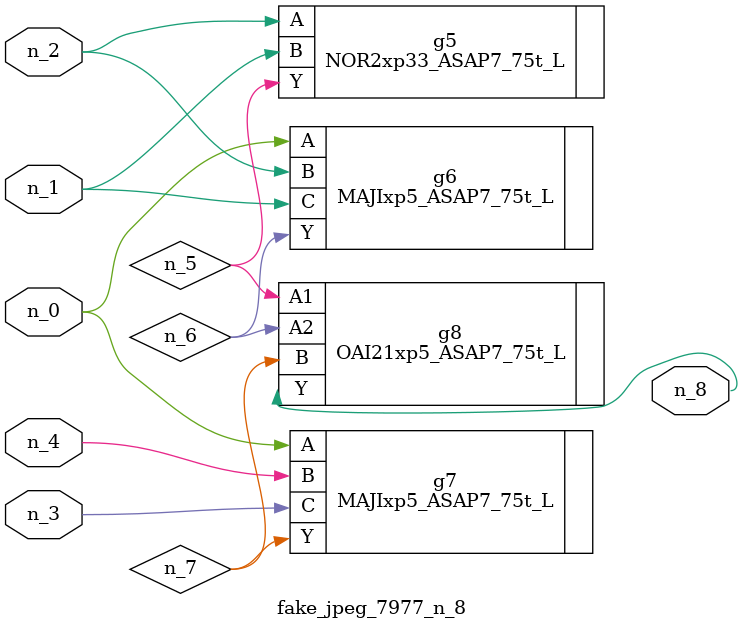
<source format=v>
module fake_jpeg_7977_n_8 (n_3, n_2, n_1, n_0, n_4, n_8);

input n_3;
input n_2;
input n_1;
input n_0;
input n_4;

output n_8;

wire n_6;
wire n_5;
wire n_7;

NOR2xp33_ASAP7_75t_L g5 ( 
.A(n_2),
.B(n_1),
.Y(n_5)
);

MAJIxp5_ASAP7_75t_L g6 ( 
.A(n_0),
.B(n_2),
.C(n_1),
.Y(n_6)
);

MAJIxp5_ASAP7_75t_L g7 ( 
.A(n_0),
.B(n_4),
.C(n_3),
.Y(n_7)
);

OAI21xp5_ASAP7_75t_L g8 ( 
.A1(n_5),
.A2(n_6),
.B(n_7),
.Y(n_8)
);


endmodule
</source>
